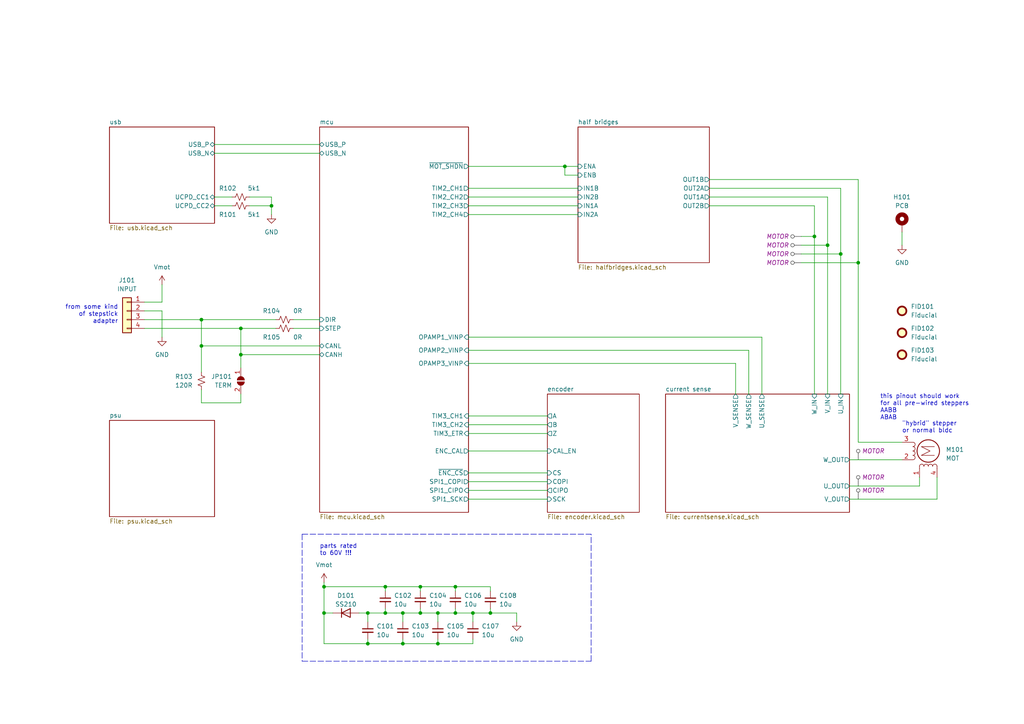
<source format=kicad_sch>
(kicad_sch (version 20230121) (generator eeschema)
  (paper "A4")
  (title_block (title "LEMON PEPPER STEPPER") (date "2023-10-11") (rev "0.1") (company "matei repair lab"))
  (lib_symbols
    (symbol "Connector_Generic:Conn_01x04" (pin_names (offset 1.016) hide)
      (property "Reference" "J" (at 0 5.08 0))
      (property "Value" "Conn_01x04" (at 0 -7.62 0))
      (symbol "Conn_01x04_1_1"
        (rectangle (start -1.27 -4.953) (end 0 -5.207) (stroke (width 0.1524)))
        (rectangle (start -1.27 -2.413) (end 0 -2.667) (stroke (width 0.1524)))
        (rectangle (start -1.27 0.127) (end 0 -0.127) (stroke (width 0.1524)))
        (rectangle (start -1.27 2.667) (end 0 2.413) (stroke (width 0.1524)))
        (rectangle (start -1.27 3.81) (end 1.27 -6.35) (stroke (width 0.254)) (fill (type background)))
        (pin passive line (at -5.08 2.54 0) (length 3.81) (name "Pin_1") (number "1"))
        (pin passive line (at -5.08 0 0) (length 3.81) (name "Pin_2") (number "2"))
        (pin passive line (at -5.08 -2.54 0) (length 3.81) (name "Pin_3") (number "3"))
        (pin passive line (at -5.08 -5.08 0) (length 3.81) (name "Pin_4") (number "4"))
      )
    )
    (symbol "Device:C_Small" (pin_numbers hide) (pin_names (offset 0.254) hide)
      (property "Reference" "C" (at 0.254 1.778 0))
      (property "Value" "C_Small" (at 0.254 -2.032 0))
      (symbol "C_Small_0_1"
        (polyline (pts (xy -1.524 -0.508) (xy 1.524 -0.508)) (stroke (width 0.3302)))
        (polyline (pts (xy -1.524 0.508) (xy 1.524 0.508)) (stroke (width 0.3048)))
      )
      (symbol "C_Small_1_1"
        (pin passive line (at 0 2.54 270) (length 2.032) (name "~") (number "1"))
        (pin passive line (at 0 -2.54 90) (length 2.032) (name "~") (number "2"))
      )
    )
    (symbol "Device:D" (pin_numbers hide) (pin_names (offset 1.016) hide)
      (property "Reference" "D" (at 0 2.54 0))
      (property "Value" "D" (at 0 -2.54 0))
      (symbol "D_0_1"
        (polyline (pts (xy -1.27 1.27) (xy -1.27 -1.27)) (stroke (width 0.254)))
        (polyline (pts (xy 1.27 0) (xy -1.27 0)))
        (polyline (pts (xy 1.27 1.27) (xy 1.27 -1.27) (xy -1.27 0) (xy 1.27 1.27)) (stroke (width 0.254)))
      )
      (symbol "D_1_1"
        (pin passive line (at -3.81 0 0) (length 2.54) (name "K") (number "1"))
        (pin passive line (at 3.81 0 180) (length 2.54) (name "A") (number "2"))
      )
    )
    (symbol "Device:R_Small_US" (pin_numbers hide) (pin_names (offset 0.254) hide)
      (property "Reference" "R" (at 0.762 0.508 0))
      (property "Value" "R_Small_US" (at 0.762 -1.016 0))
      (symbol "R_Small_US_1_1"
        (polyline (pts (xy 0 0) (xy 1.016 -0.381) (xy 0 -0.762) (xy -1.016 -1.143) (xy 0 -1.524)))
        (polyline (pts (xy 0 1.524) (xy 1.016 1.143) (xy 0 0.762) (xy -1.016 0.381) (xy 0 0)))
        (pin passive line (at 0 2.54 270) (length 1.016) (name "~") (number "1"))
        (pin passive line (at 0 -2.54 90) (length 1.016) (name "~") (number "2"))
      )
    )
    (symbol "Jumper:SolderJumper_2_Open" (pin_names (offset 0) hide)
      (property "Reference" "JP" (at 0 2.032 0))
      (property "Value" "SolderJumper_2_Open" (at 0 -2.54 0))
      (symbol "SolderJumper_2_Open_0_1"
        (arc (start -0.254 1.016) (mid -1.2656 0) (end -0.254 -1.016))
        (arc (start -0.254 1.016) (mid -1.2656 0) (end -0.254 -1.016) (fill (type outline)))
        (polyline (pts (xy -0.254 1.016) (xy -0.254 -1.016)))
        (polyline (pts (xy 0.254 1.016) (xy 0.254 -1.016)))
        (arc (start 0.254 -1.016) (mid 1.2656 0) (end 0.254 1.016))
        (arc (start 0.254 -1.016) (mid 1.2656 0) (end 0.254 1.016) (fill (type outline)))
      )
      (symbol "SolderJumper_2_Open_1_1"
        (pin passive line (at -3.81 0 0) (length 2.54) (name "A") (number "1"))
        (pin passive line (at 3.81 0 180) (length 2.54) (name "B") (number "2"))
      )
    )
    (symbol "Mechanical:Fiducial"
      (property "Reference" "FID" (at 0 5.08 0))
      (property "Value" "Fiducial" (at 0 3.175 0))
      (symbol "Fiducial_0_1"
        (circle (center 0 0) (radius 1.27) (stroke (width 0.508)) (fill (type background)))
      )
    )
    (symbol "Mechanical:MountingHole_Pad" (pin_numbers hide) (pin_names (offset 1.016) hide)
      (property "Reference" "H" (at 0 6.35 0))
      (property "Value" "MountingHole_Pad" (at 0 4.445 0))
      (symbol "MountingHole_Pad_0_1"
        (circle (center 0 1.27) (radius 1.27) (stroke (width 1.27)))
      )
      (symbol "MountingHole_Pad_1_1"
        (pin input line (at 0 -2.54 90) (length 2.54) (name "1") (number "1"))
      )
    )
    (symbol "Motor:Stepper_Motor_bipolar" (pin_names (offset 0) hide)
      (property "Reference" "M101" (at 0.4191 -5.08 90))
      (property "Value" "MOT" (at -2.1209 -5.08 90))
      (symbol "Stepper_Motor_bipolar_0_0"
        (polyline (pts (xy -1.27 -1.778) (xy -1.27 2.032) (xy 0 -0.508) (xy 1.27 2.032) (xy 1.27 -1.778)))
      )
      (symbol "Stepper_Motor_bipolar_0_1"
        (arc (start -4.445 -2.54) (mid -3.8127 -1.905) (end -4.445 -1.27))
        (arc (start -4.445 -1.27) (mid -3.8127 -0.635) (end -4.445 0))
        (arc (start -4.445 0) (mid -3.8127 0.635) (end -4.445 1.27))
        (arc (start -4.445 1.27) (mid -3.8127 1.905) (end -4.445 2.54))
        (arc (start -2.54 4.445) (mid -1.905 3.8127) (end -1.27 4.445))
        (arc (start -1.27 4.445) (mid -0.635 3.8127) (end 0 4.445))
        (polyline (pts (xy -5.08 -2.54) (xy -4.445 -2.54)))
        (polyline (pts (xy -5.08 2.54) (xy -4.445 2.54)))
        (polyline (pts (xy -2.54 5.08) (xy -2.54 4.445)))
        (polyline (pts (xy 2.54 5.08) (xy 2.54 4.445)))
        (circle (center 0 0) (radius 3.2512) (stroke (width 0.254)))
        (arc (start 0 4.445) (mid 0.635 3.8127) (end 1.27 4.445))
        (arc (start 1.27 4.445) (mid 1.905 3.8127) (end 2.54 4.445))
      )
      (symbol "Stepper_Motor_bipolar_1_1"
        (pin passive line (at -7.62 2.54 0) (length 2.54) (name "~") (number "1"))
        (pin passive line (at -2.54 7.62 270) (length 2.54) (name "-") (number "2"))
        (pin passive line (at 2.54 7.62 270) (length 2.54) (name "~") (number "3"))
        (pin passive line (at -7.62 -2.54 0) (length 2.54) (name "~") (number "4"))
      )
    )
    (symbol "matei:Vmot" (power) (pin_names (offset 0))
      (property "Value" "Vmot" (at 0 3.81 0))
      (symbol "Vmot_0_1"
        (polyline (pts (xy -0.762 1.27) (xy 0 2.54)))
        (polyline (pts (xy 0 0) (xy 0 2.54)))
        (polyline (pts (xy 0 2.54) (xy 0.762 1.27)))
      )
      (symbol "Vmot_1_1"
        (pin power_in line (at 0 0 90) (length 0) hide (name "Vmot") (number "1"))
      )
    )
    (symbol "power:GND" (power) (pin_names (offset 0))
      (property "Value" "GND" (at 0 -3.81 0))
      (symbol "GND_0_1"
        (polyline (pts (xy 0 0) (xy 0 -1.27) (xy 1.27 -1.27) (xy 0 -2.54) (xy -1.27 -1.27) (xy 0 -1.27)))
      )
      (symbol "GND_1_1"
        (pin power_in line (at 0 0 270) (length 0) hide (name "GND") (number "1"))
      )
    )
  )
  (junction (at 106.68 177.8))
  (junction (at 236.22 68.58))
  (junction (at 111.76 177.8))
  (junction (at 111.76 170.18))
  (junction (at 78.74 59.69))
  (junction (at 69.85 95.25))
  (junction (at 163.83 48.26))
  (junction (at 240.03 71.12))
  (junction (at 127 186.69))
  (junction (at 121.92 170.18))
  (junction (at 93.98 170.18))
  (junction (at 121.92 177.8))
  (junction (at 248.92 76.2))
  (junction (at 58.42 92.71))
  (junction (at 69.85 102.87))
  (junction (at 132.08 170.18))
  (junction (at 58.42 100.33))
  (junction (at 106.68 186.69))
  (junction (at 137.16 177.8))
  (junction (at 116.84 177.8))
  (junction (at 93.98 177.8))
  (junction (at 243.84 73.66))
  (junction (at 132.08 177.8))
  (junction (at 142.24 177.8))
  (junction (at 116.84 186.69))
  (junction (at 127 177.8))
  (wire (pts (xy 135.89 142.24) (xy 158.75 142.24)))
  (wire (pts (xy 205.74 57.15) (xy 240.03 57.15)))
  (wire (pts (xy 106.68 186.69) (xy 116.84 186.69)))
  (wire (pts (xy 62.23 57.15) (xy 67.31 57.15)))
  (wire (pts (xy 111.76 177.8) (xy 116.84 177.8)))
  (wire (pts (xy 106.68 180.34) (xy 106.68 177.8)))
  (wire (pts (xy 236.22 68.58) (xy 236.22 114.3)))
  (wire (pts (xy 248.92 52.07) (xy 205.74 52.07)))
  (wire (pts (xy 217.17 114.3) (xy 217.17 101.6)))
  (wire (pts (xy 62.23 41.91) (xy 92.71 41.91)))
  (wire (pts (xy 135.89 139.7) (xy 158.75 139.7)))
  (wire (pts (xy 135.89 62.23) (xy 167.64 62.23)))
  (wire (pts (xy 271.78 138.43) (xy 271.78 144.78)))
  (wire (pts (xy 58.42 113.03) (xy 58.42 116.84)))
  (wire (pts (xy 163.83 48.26) (xy 167.64 48.26)))
  (wire (pts (xy 248.92 128.27) (xy 261.62 128.27)))
  (wire (pts (xy 78.74 57.15) (xy 78.74 59.69)))
  (wire (pts (xy 243.84 54.61) (xy 243.84 73.66)))
  (wire (pts (xy 116.84 186.69) (xy 127 186.69)))
  (wire (pts (xy 246.38 140.97) (xy 266.7 140.97)))
  (wire (pts (xy 240.03 57.15) (xy 240.03 71.12)))
  (wire (pts (xy 85.09 92.71) (xy 92.71 92.71)))
  (polyline (pts (xy 87.63 191.77) (xy 171.45 191.77)) (stroke (width 0) (type dash)))
  (wire (pts (xy 46.99 87.63) (xy 41.91 87.63)))
  (wire (pts (xy 93.98 186.69) (xy 93.98 177.8)))
  (wire (pts (xy 58.42 100.33) (xy 58.42 107.95)))
  (wire (pts (xy 121.92 177.8) (xy 127 177.8)))
  (wire (pts (xy 135.89 59.69) (xy 167.64 59.69)))
  (wire (pts (xy 205.74 54.61) (xy 243.84 54.61)))
  (wire (pts (xy 220.98 114.3) (xy 220.98 97.79)))
  (wire (pts (xy 127 177.8) (xy 132.08 177.8)))
  (wire (pts (xy 116.84 177.8) (xy 121.92 177.8)))
  (wire (pts (xy 132.08 170.18) (xy 142.24 170.18)))
  (wire (pts (xy 111.76 170.18) (xy 111.76 171.45)))
  (wire (pts (xy 69.85 102.87) (xy 69.85 106.68)))
  (wire (pts (xy 266.7 138.43) (xy 266.7 140.97)))
  (polyline (pts (xy 87.63 154.94) (xy 87.63 191.77)) (stroke (width 0) (type dash)))
  (wire (pts (xy 58.42 100.33) (xy 92.71 100.33)))
  (wire (pts (xy 132.08 176.53) (xy 132.08 177.8)))
  (wire (pts (xy 41.91 95.25) (xy 69.85 95.25)))
  (wire (pts (xy 106.68 185.42) (xy 106.68 186.69)))
  (wire (pts (xy 137.16 185.42) (xy 137.16 186.69)))
  (wire (pts (xy 121.92 176.53) (xy 121.92 177.8)))
  (wire (pts (xy 127 186.69) (xy 137.16 186.69)))
  (wire (pts (xy 104.14 177.8) (xy 106.68 177.8)))
  (wire (pts (xy 135.89 57.15) (xy 167.64 57.15)))
  (wire (pts (xy 135.89 97.79) (xy 220.98 97.79)))
  (wire (pts (xy 135.89 120.65) (xy 158.75 120.65)))
  (polyline (pts (xy 87.63 154.94) (xy 171.45 154.94)) (stroke (width 0) (type dash)))
  (wire (pts (xy 41.91 92.71) (xy 58.42 92.71)))
  (wire (pts (xy 58.42 116.84) (xy 69.85 116.84)))
  (wire (pts (xy 69.85 95.25) (xy 80.01 95.25)))
  (wire (pts (xy 246.38 133.35) (xy 261.62 133.35)))
  (wire (pts (xy 93.98 177.8) (xy 96.52 177.8)))
  (wire (pts (xy 69.85 102.87) (xy 92.71 102.87)))
  (wire (pts (xy 111.76 176.53) (xy 111.76 177.8)))
  (wire (pts (xy 72.39 59.69) (xy 78.74 59.69)))
  (wire (pts (xy 236.22 59.69) (xy 236.22 68.58)))
  (wire (pts (xy 135.89 125.73) (xy 158.75 125.73)))
  (wire (pts (xy 135.89 101.6) (xy 217.17 101.6)))
  (wire (pts (xy 135.89 144.78) (xy 158.75 144.78)))
  (polyline (pts (xy 171.45 191.77) (xy 171.45 154.94)) (stroke (width 0) (type dash)))
  (wire (pts (xy 93.98 168.91) (xy 93.98 170.18)))
  (wire (pts (xy 111.76 170.18) (xy 121.92 170.18)))
  (wire (pts (xy 135.89 123.19) (xy 158.75 123.19)))
  (wire (pts (xy 127 185.42) (xy 127 186.69)))
  (wire (pts (xy 243.84 73.66) (xy 243.84 114.3)))
  (wire (pts (xy 167.64 50.8) (xy 163.83 50.8)))
  (wire (pts (xy 93.98 177.8) (xy 93.98 170.18)))
  (wire (pts (xy 121.92 170.18) (xy 121.92 171.45)))
  (wire (pts (xy 232.41 71.12) (xy 240.03 71.12)))
  (wire (pts (xy 93.98 170.18) (xy 111.76 170.18)))
  (wire (pts (xy 58.42 92.71) (xy 58.42 100.33)))
  (wire (pts (xy 213.36 114.3) (xy 213.36 105.41)))
  (wire (pts (xy 116.84 185.42) (xy 116.84 186.69)))
  (wire (pts (xy 135.89 137.16) (xy 158.75 137.16)))
  (wire (pts (xy 85.09 95.25) (xy 92.71 95.25)))
  (wire (pts (xy 142.24 176.53) (xy 142.24 177.8)))
  (wire (pts (xy 232.41 68.58) (xy 236.22 68.58)))
  (wire (pts (xy 116.84 177.8) (xy 116.84 180.34)))
  (wire (pts (xy 248.92 76.2) (xy 248.92 128.27)))
  (wire (pts (xy 142.24 170.18) (xy 142.24 171.45)))
  (wire (pts (xy 261.62 67.31) (xy 261.62 71.12)))
  (wire (pts (xy 69.85 95.25) (xy 69.85 102.87)))
  (wire (pts (xy 72.39 57.15) (xy 78.74 57.15)))
  (wire (pts (xy 232.41 73.66) (xy 243.84 73.66)))
  (wire (pts (xy 127 177.8) (xy 127 180.34)))
  (wire (pts (xy 248.92 52.07) (xy 248.92 76.2)))
  (wire (pts (xy 62.23 44.45) (xy 92.71 44.45)))
  (wire (pts (xy 78.74 59.69) (xy 78.74 62.23)))
  (wire (pts (xy 149.86 177.8) (xy 149.86 180.34)))
  (wire (pts (xy 132.08 170.18) (xy 132.08 171.45)))
  (wire (pts (xy 46.99 90.17) (xy 46.99 97.79)))
  (wire (pts (xy 58.42 92.71) (xy 80.01 92.71)))
  (wire (pts (xy 69.85 116.84) (xy 69.85 114.3)))
  (wire (pts (xy 62.23 59.69) (xy 67.31 59.69)))
  (wire (pts (xy 142.24 177.8) (xy 149.86 177.8)))
  (wire (pts (xy 106.68 186.69) (xy 93.98 186.69)))
  (wire (pts (xy 163.83 50.8) (xy 163.83 48.26)))
  (wire (pts (xy 106.68 177.8) (xy 111.76 177.8)))
  (wire (pts (xy 121.92 170.18) (xy 132.08 170.18)))
  (wire (pts (xy 135.89 130.81) (xy 158.75 130.81)))
  (wire (pts (xy 135.89 105.41) (xy 213.36 105.41)))
  (wire (pts (xy 205.74 59.69) (xy 236.22 59.69)))
  (wire (pts (xy 137.16 177.8) (xy 137.16 180.34)))
  (wire (pts (xy 135.89 48.26) (xy 163.83 48.26)))
  (wire (pts (xy 137.16 177.8) (xy 142.24 177.8)))
  (wire (pts (xy 46.99 82.55) (xy 46.99 87.63)))
  (wire (pts (xy 132.08 177.8) (xy 137.16 177.8)))
  (wire (pts (xy 240.03 71.12) (xy 240.03 114.3)))
  (wire (pts (xy 135.89 54.61) (xy 167.64 54.61)))
  (wire (pts (xy 246.38 144.78) (xy 271.78 144.78)))
  (wire (pts (xy 232.41 76.2) (xy 248.92 76.2)))
  (wire (pts (xy 41.91 90.17) (xy 46.99 90.17)))
  (text "this pinout should work\nfor all pre-wired steppers\nAABB\nABAB" (at 255.27 121.92 0) (effects (font (size 1.27 1.27)) (justify left bottom)))
  (text "parts rated\nto 60V !!!" (at 92.71 161.29 0) (effects (font (size 1.27 1.27)) (justify left bottom)))
  (text "from some kind\nof stepstick\nadapter" (at 34.29 93.98 0) (effects (font (size 1.27 1.27)) (justify right bottom)))
  (text "\"hybrid\" stepper\nor normal bldc" (at 261.62 125.73 0) (effects (font (size 1.27 1.27)) (justify left bottom)))
  (netclass_flag "" (length 2.54) (shape round) (at 232.41 76.2 90) (property "Netclass" "MOTOR" (at 222.25 76.2 0) (effects (font italic) (justify left))))
  (netclass_flag "" (length 2.54) (shape round) (at 232.41 68.58 90) (property "Netclass" "MOTOR" (at 222.25 68.58 0) (effects (font italic) (justify left))))
  (netclass_flag "" (length 2.54) (shape round) (at 232.41 73.66 90) (property "Netclass" "MOTOR" (at 222.25 73.66 0) (effects (font italic) (justify left))))
  (netclass_flag "" (length 2.54) (shape round) (at 248.92 133.35 0) (property "Netclass" "MOTOR" (at 256.54 130.81 0) (effects (font italic) (justify right))))
  (netclass_flag "" (length 2.54) (shape round) (at 232.41 71.12 90) (property "Netclass" "MOTOR" (at 222.25 71.12 0) (effects (font italic) (justify left))))
  (netclass_flag "" (length 2.54) (shape round) (at 248.92 140.97 0) (property "Netclass" "MOTOR" (at 256.54 138.43 0) (effects (font italic) (justify right))))
  (netclass_flag "" (length 2.54) (shape round) (at 248.92 144.78 0) (property "Netclass" "MOTOR" (at 256.54 142.24 0) (effects (font italic) (justify right))))
  (symbol (lib_id "power:GND") (at 261.62 71.12 0) (unit 1)
    (property "Reference" "#PWR0106" (effects hide))
    (property "Value" "GND" (at 261.62 76.2 0))
  )
  (symbol (lib_id "power:GND") (at 149.86 180.34 0) (unit 1)
    (property "Reference" "#PWR0105" (effects hide))
    (property "Value" "GND" (at 149.86 185.42 0))
  )
  (symbol (lib_id "Device:C_Small") (at 127 182.88 0) (unit 1)
    (property "Reference" "C105" (at 129.54 181.6163 0) (effects (justify left)))
    (property "Value" "10u" (at 129.54 184.1563 0) (effects (justify left)))
    (property "Footprint" "Capacitor_SMD:C_0805_2012Metric" (effects hide))
    (property "LCSC Part" "C440198" (effects hide))
  )
  (symbol (lib_id "Device:C_Small") (at 121.92 173.99 0) (unit 1)
    (property "Reference" "C104" (at 124.46 172.7263 0) (effects (justify left)))
    (property "Value" "10u" (at 124.46 175.2663 0) (effects (justify left)))
    (property "Footprint" "Capacitor_SMD:C_0805_2012Metric" (effects hide))
    (property "LCSC Part" "C440198" (effects hide))
  )
  (symbol (lib_id "Device:R_Small_US") (at 82.55 92.71 90) (unit 1)
    (property "Reference" "R104" (at 78.74 90.17 90))
    (property "Value" "0R" (at 86.36 90.17 90))
    (property "Footprint" "Resistor_SMD:R_0402_1005Metric" (effects hide))
    (property "LCSC Part" "C17168" (effects hide))
  )
  (symbol (lib_id "Mechanical:Fiducial") (at 261.62 96.52 0) (unit 1) (in_bom no)
    (property "Reference" "FID102" (at 264.16 95.25 0) (effects (justify left)))
    (property "Value" "Fiducial" (at 264.16 97.79 0) (effects (justify left)))
    (property "Footprint" "Fiducial:Fiducial_0.5mm_Mask1mm" (effects hide))
  )
  (symbol (lib_id "Device:R_Small_US") (at 82.55 95.25 270) (unit 1)
    (property "Reference" "R105" (at 78.74 97.79 90))
    (property "Value" "0R" (at 86.36 97.79 90))
    (property "Footprint" "Resistor_SMD:R_0402_1005Metric" (effects hide))
    (property "LCSC Part" "C17168" (effects hide))
  )
  (symbol (lib_id "power:GND") (at 46.99 97.79 0) (unit 1)
    (property "Reference" "#PWR0102" (effects hide))
    (property "Value" "GND" (at 46.99 102.87 0))
  )
  (symbol (lib_id "Connector_Generic:Conn_01x04") (at 36.83 90.17 0) (mirror y) (unit 1)
    (property "Reference" "J101" (at 36.83 81.28 0))
    (property "Value" "INPUT" (at 36.83 83.82 0))
    (property "Footprint" "Connector_JST:JST_XH_B4B-XH-A_1x04_P2.50mm_Vertical" (effects hide))
  )
  (symbol (lib_id "matei:Vmot") (at 93.98 168.91 0) (unit 1)
    (property "Reference" "#PWR0104" (effects hide))
    (property "Value" "Vmot" (at 93.98 163.83 0))
  )
  (symbol (lib_id "Device:C_Small") (at 137.16 182.88 0) (unit 1)
    (property "Reference" "C107" (at 139.7 181.6163 0) (effects (justify left)))
    (property "Value" "10u" (at 139.7 184.1563 0) (effects (justify left)))
    (property "Footprint" "Capacitor_SMD:C_0805_2012Metric" (effects hide))
    (property "LCSC Part" "C440198" (effects hide))
  )
  (symbol (lib_id "Device:C_Small") (at 142.24 173.99 0) (unit 1)
    (property "Reference" "C108" (at 144.78 172.7263 0) (effects (justify left)))
    (property "Value" "10u" (at 144.78 175.2663 0) (effects (justify left)))
    (property "Footprint" "Capacitor_SMD:C_0805_2012Metric" (effects hide))
    (property "LCSC Part" "C440198" (effects hide))
  )
  (symbol (lib_id "Motor:Stepper_Motor_bipolar") (at 269.24 130.81 90) (unit 1)
    (property "Reference" "M101" (at 274.32 130.3909 90) (effects (justify right)))
    (property "Value" "MOT" (at 274.32 132.9309 90) (effects (justify right)))
    (property "Footprint" "footprints:XH2.54 4P" (effects hide))
    (property "Datasheet" "http://www.infineon.com/dgdl/Application-Note-TLE8110EE_driving_UniPolarStepperMotor_V1.1.pdf?fileId=db3a30431be39b97011be5d0aa0a00b0" (effects hide))
  )
  (symbol (lib_id "Device:R_Small_US") (at 58.42 110.49 0) (unit 1)
    (property "Reference" "R103" (at 55.88 109.22 0) (effects (justify right)))
    (property "Value" "120R" (at 55.88 111.76 0) (effects (justify right)))
    (property "Footprint" "Resistor_SMD:R_0402_1005Metric" (effects hide))
    (property "LCSC Part" "C25079" (effects hide))
  )
  (symbol (lib_id "Device:D") (at 100.33 177.8 0) (unit 1)
    (property "Reference" "D101" (at 100.33 172.72 0))
    (property "Value" "SS210" (at 100.33 175.26 0))
    (property "Footprint" "Diode_SMD:D_SMA" (effects hide))
    (property "Sim.Device" "D" (effects hide))
    (property "Sim.Pins" "1=K 2=A" (effects hide))
    (property "LCSC Part" "C14996" (effects hide))
  )
  (symbol (lib_id "power:GND") (at 78.74 62.23 0) (unit 1)
    (property "Reference" "#PWR0103" (effects hide))
    (property "Value" "GND" (at 78.74 67.31 0))
  )
  (symbol (lib_id "Device:C_Small") (at 106.68 182.88 0) (unit 1)
    (property "Reference" "C101" (at 109.22 181.6163 0) (effects (justify left)))
    (property "Value" "10u" (at 109.22 184.1563 0) (effects (justify left)))
    (property "Footprint" "Capacitor_SMD:C_0805_2012Metric" (effects hide))
    (property "LCSC Part" "C440198" (effects hide))
  )
  (symbol (lib_id "Mechanical:Fiducial") (at 261.62 90.17 0) (unit 1) (in_bom no)
    (property "Reference" "FID101" (at 264.16 88.9 0) (effects (justify left)))
    (property "Value" "Fiducial" (at 264.16 91.44 0) (effects (justify left)))
    (property "Footprint" "Fiducial:Fiducial_0.5mm_Mask1mm" (effects hide))
  )
  (symbol (lib_id "Device:C_Small") (at 116.84 182.88 0) (unit 1)
    (property "Reference" "C103" (at 119.38 181.6163 0) (effects (justify left)))
    (property "Value" "10u" (at 119.38 184.1563 0) (effects (justify left)))
    (property "Footprint" "Capacitor_SMD:C_0805_2012Metric" (effects hide))
    (property "LCSC Part" "C440198" (effects hide))
  )
  (symbol (lib_id "Device:C_Small") (at 132.08 173.99 0) (unit 1)
    (property "Reference" "C106" (at 134.62 172.7263 0) (effects (justify left)))
    (property "Value" "10u" (at 134.62 175.2663 0) (effects (justify left)))
    (property "Footprint" "Capacitor_SMD:C_0805_2012Metric" (effects hide))
    (property "LCSC Part" "C440198" (effects hide))
  )
  (symbol (lib_id "Mechanical:MountingHole_Pad") (at 261.62 64.77 0) (unit 1) (in_bom no)
    (property "Reference" "H101" (at 261.62 57.15 0))
    (property "Value" "PCB" (at 261.62 59.69 0))
    (property "Footprint" "mechanical:NEMA14" (effects hide))
  )
  (symbol (lib_id "Device:R_Small_US") (at 69.85 57.15 90) (unit 1)
    (property "Reference" "R102" (at 66.04 54.61 90))
    (property "Value" "5k1" (at 73.66 54.61 90))
    (property "Footprint" "Resistor_SMD:R_0402_1005Metric" (effects hide))
    (property "LCSC Part" "C25905" (effects hide))
  )
  (symbol (lib_id "Mechanical:Fiducial") (at 261.62 102.87 0) (unit 1) (in_bom no)
    (property "Reference" "FID103" (at 264.16 101.6 0) (effects (justify left)))
    (property "Value" "Fiducial" (at 264.16 104.14 0) (effects (justify left)))
    (property "Footprint" "Fiducial:Fiducial_0.5mm_Mask1mm" (effects hide))
  )
  (symbol (lib_id "Device:C_Small") (at 111.76 173.99 0) (unit 1)
    (property "Reference" "C102" (at 114.3 172.7263 0) (effects (justify left)))
    (property "Value" "10u" (at 114.3 175.2663 0) (effects (justify left)))
    (property "Footprint" "Capacitor_SMD:C_0805_2012Metric" (effects hide))
    (property "LCSC Part" "C440198" (effects hide))
  )
  (symbol (lib_id "matei:Vmot") (at 46.99 82.55 0) (unit 1)
    (property "Reference" "#PWR0101" (effects hide))
    (property "Value" "Vmot" (at 46.99 77.47 0))
  )
  (symbol (lib_id "Jumper:SolderJumper_2_Open") (at 69.85 110.49 90) (mirror x) (unit 1) (in_bom no)
    (property "Reference" "JP101" (at 67.31 109.22 90) (effects (justify left)))
    (property "Value" "TERM" (at 67.31 111.76 90) (effects (justify left)))
    (property "Footprint" "Jumper:SolderJumper-2_P1.3mm_Open_RoundedPad1.0x1.5mm" (effects hide))
  )
  (symbol (lib_id "Device:R_Small_US") (at 69.85 59.69 270) (unit 1)
    (property "Reference" "R101" (at 66.04 62.23 90))
    (property "Value" "5k1" (at 73.66 62.23 90))
    (property "Footprint" "Resistor_SMD:R_0402_1005Metric" (effects hide))
    (property "LCSC Part" "C25905" (effects hide))
  )
  (sheet (at 31.75 121.92) (size 30.48 27.94) (stroke (width 0.1524))
    (property "Sheetname" "psu" (at 31.75 121.2084 0) (effects (justify left bottom)))
    (property "Sheetfile" "psu.kicad_sch" (at 31.75 150.4446 0) (effects (justify left top)))
  )
  (sheet (at 31.75 36.83) (size 30.48 27.94) (stroke (width 0.1524))
    (property "Sheetname" "usb" (at 31.75 36.1184 0) (effects (justify left bottom)))
    (property "Sheetfile" "usb.kicad_sch" (at 31.75 65.3546 0) (effects (justify left top)))
    (pin "USB_P" bidirectional (at 62.23 41.91 0))
    (pin "USB_N" bidirectional (at 62.23 44.45 0))
    (pin "UCPD_CC2" bidirectional (at 62.23 59.69 0))
    (pin "UCPD_CC1" bidirectional (at 62.23 57.15 0))
  )
  (sheet (at 193.04 114.3) (size 53.34 34.29) (stroke (width 0.1524))
    (property "Sheetname" "current sense" (at 193.04 113.5884 0) (effects (justify left bottom)))
    (property "Sheetfile" "currentsense.kicad_sch" (at 193.04 149.1746 0) (effects (justify left top)))
    (pin "U_IN" input (at 243.84 114.3 90))
    (pin "U_OUT" output (at 246.38 140.97 0))
    (pin "V_OUT" output (at 246.38 144.78 0))
    (pin "W_OUT" output (at 246.38 133.35 0))
    (pin "V_IN" input (at 240.03 114.3 90))
    (pin "W_IN" input (at 236.22 114.3 90))
    (pin "V_SENSE" output (at 213.36 114.3 90))
    (pin "U_SENSE" output (at 220.98 114.3 90))
    (pin "W_SENSE" output (at 217.17 114.3 90))
  )
  (sheet (at 92.71 36.83) (size 43.18 111.76) (stroke (width 0.1524))
    (property "Sheetname" "mcu" (at 92.71 36.1184 0) (effects (justify left bottom)))
    (property "Sheetfile" "mcu.kicad_sch" (at 92.71 149.1746 0) (effects (justify left top)))
    (pin "USB_N" bidirectional (at 92.71 44.45 180))
    (pin "USB_P" bidirectional (at 92.71 41.91 180))
    (pin "ENC_CAL" output (at 135.89 130.81 0))
    (pin "~{MOT_SHDN}" output (at 135.89 48.26 0))
    (pin "~{ENC_CS}" output (at 135.89 137.16 0))
    (pin "DIR" input (at 92.71 92.71 180))
    (pin "STEP" input (at 92.71 95.25 180))
    (pin "OPAMP2_VINP" input (at 135.89 101.6 0))
    (pin "SPI1_SCK" output (at 135.89 144.78 0))
    (pin "SPI1_COPI" output (at 135.89 139.7 0))
    (pin "SPI1_CIPO" input (at 135.89 142.24 0))
    (pin "OPAMP3_VINP" input (at 135.89 105.41 0))
    (pin "OPAMP1_VINP" input (at 135.89 97.79 0))
    (pin "CANH" bidirectional (at 92.71 102.87 180))
    (pin "CANL" bidirectional (at 92.71 100.33 180))
    (pin "TIM2_CH4" output (at 135.89 62.23 0))
    (pin "TIM2_CH3" output (at 135.89 59.69 0))
    (pin "TIM2_CH2" output (at 135.89 57.15 0))
    (pin "TIM2_CH1" output (at 135.89 54.61 0))
    (pin "TIM3_ETR" input (at 135.89 125.73 0))
    (pin "TIM3_CH1" input (at 135.89 120.65 0))
    (pin "TIM3_CH2" input (at 135.89 123.19 0))
  )
  (sheet (at 167.64 36.83) (size 38.1 39.37) (stroke (width 0.1524))
    (property "Sheetname" "half bridges" (at 167.64 36.1184 0) (effects (justify left bottom)))
    (property "Sheetfile" "halfbridges.kicad_sch" (at 167.64 76.7846 0) (effects (justify left top)))
    (pin "OUT2B" output (at 205.74 59.69 0))
    (pin "OUT1A" output (at 205.74 57.15 0))
    (pin "OUT2A" output (at 205.74 54.61 0))
    (pin "OUT1B" output (at 205.74 52.07 0))
    (pin "IN2B" input (at 167.64 57.15 180))
    (pin "IN1B" input (at 167.64 54.61 180))
    (pin "IN1A" input (at 167.64 59.69 180))
    (pin "ENB" input (at 167.64 50.8 180))
    (pin "ENA" input (at 167.64 48.26 180))
    (pin "IN2A" input (at 167.64 62.23 180))
  )
  (sheet (at 158.75 114.3) (size 26.67 34.29) (stroke (width 0.1524))
    (property "Sheetname" "encoder" (at 158.75 113.5884 0) (effects (justify left bottom)))
    (property "Sheetfile" "encoder.kicad_sch" (at 158.75 149.1746 0) (effects (justify left top)))
    (pin "B" output (at 158.75 123.19 180))
    (pin "Z" output (at 158.75 125.73 180))
    (pin "A" output (at 158.75 120.65 180))
    (pin "COPI" input (at 158.75 139.7 180))
    (pin "CIPO" output (at 158.75 142.24 180))
    (pin "CS" input (at 158.75 137.16 180))
    (pin "SCK" input (at 158.75 144.78 180))
    (pin "CAL_EN" input (at 158.75 130.81 180))
  )
)
</source>
